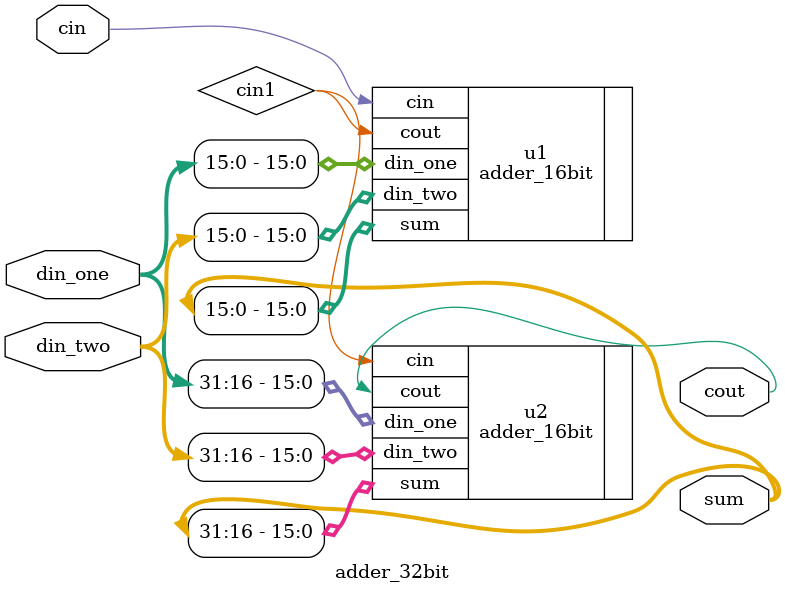
<source format=v>
module adder_32bit (
    input [31:0] din_one,
    input [31:0] din_two,
    input cin,
    output [31:0] sum,
    output cout
);
 
wire cin1;

adder_16bit u1(
    .din_one(din_one[15:0]),
    .din_two(din_two[15:0]),
    .cin(cin),
    .sum(sum[15:0]),
    .cout(cin1)
);

adder_16bit u2(
    .din_one(din_one[31:16]),
    .din_two(din_two[31:16]),
    .cin(cin1),
    .sum(sum[31:16]),
    .cout(cout)
);
 
endmodule //full_adder
</source>
